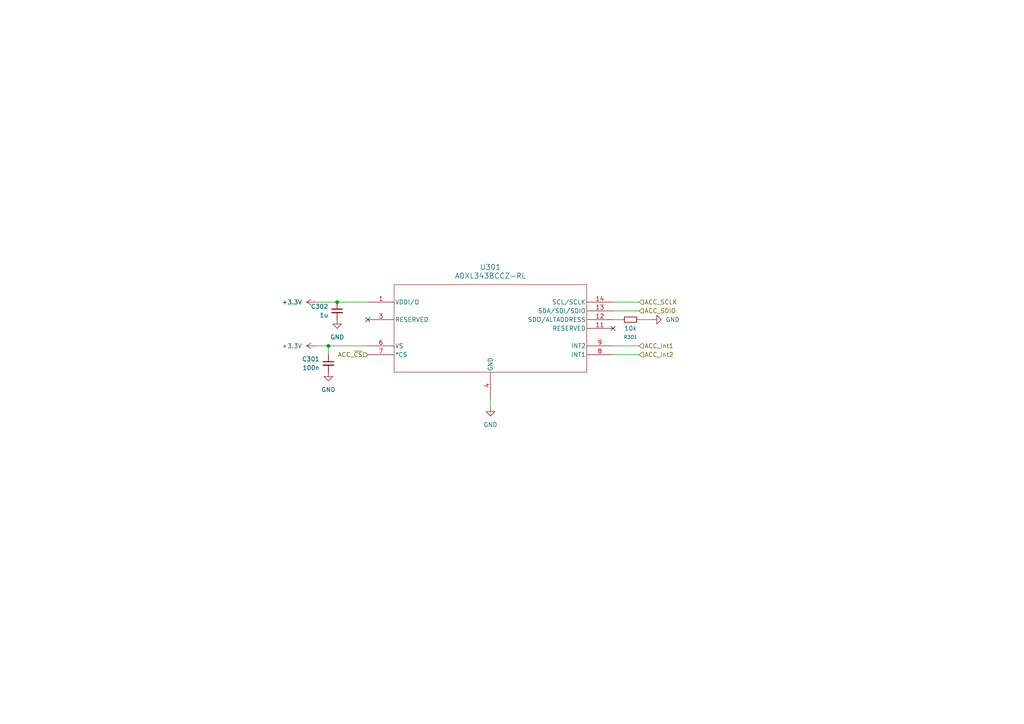
<source format=kicad_sch>
(kicad_sch (version 20250114) (generator "eeschema") (generator_version "9.0")
  (paper "A4")
  (lib_symbols
    (symbol "CustomSymbols:ADXL343BCCZ-RL" (pin_names (offset 0.254))
      (property "Reference" "U3" (at 0 17.78 0))
      (property "Value" "ADXL343BCCZ-RL" (at 0 15.24 0))
      (symbol "ADXL343BCCZ-RL_0_1"
        (polyline (pts (xy -27.94 12.7) (xy -27.94 -12.7)) (stroke (width 0.127)))
        (polyline (pts (xy -27.94 -12.7) (xy 27.94 -12.7)) (stroke (width 0.127)))
        (polyline (pts (xy 27.94 12.7) (xy -27.94 12.7)) (stroke (width 0.127)))
        (polyline (pts (xy 27.94 -12.7) (xy 27.94 12.7)) (stroke (width 0.127)))
        (pin power_in line (at -35.56 7.62 0) (length 7.62) (name "VDDI/O") (number "1"))
        (pin unspecified line (at -35.56 2.54 0) (length 7.62) (name "RESERVED") (number "3"))
        (pin unspecified line (at -35.56 -5.08 0) (length 7.62) (name "VS") (number "6"))
        (pin unspecified line (at -35.56 -7.62 0) (length 7.62) (name "*CS") (number "7"))
        (pin unspecified line (at 35.56 7.62 180) (length 7.62) (name "SCL/SCLK") (number "14"))
        (pin unspecified line (at 35.56 5.08 180) (length 7.62) (name "SDA/SDI/SDIO") (number "13"))
        (pin unspecified line (at 35.56 2.54 180) (length 7.62) (name "SDO/ALTADDRESS") (number "12"))
        (pin unspecified line (at 35.56 0 180) (length 7.62) (name "RESERVED") (number "11"))
        (pin bidirectional line (at 35.56 -5.08 180) (length 7.62) (name "INT2") (number "9"))
        (pin bidirectional line (at 35.56 -7.62 180) (length 7.62) (name "INT1") (number "8"))
      )
      (symbol "ADXL343BCCZ-RL_1_1"
        (pin unspecified line (at 0 -20.32 90) (length 7.62) (hide yes) (name "GND") (number "2"))
        (pin unspecified line (at 0 -20.32 90) (length 7.62) (name "GND") (number "4"))
        (pin unspecified line (at 0 -20.32 90) (length 7.62) (hide yes) (name "GND") (number "5"))
        (pin no_connect line (at 35.56 -2.54 180) (length 7.62) (hide yes) (name "NC") (number "10"))
      )
    )
    (symbol "Device:C_Small" (pin_numbers (hide yes)) (pin_names (offset 0.254) (hide yes))
      (property "Reference" "C" (at 0.254 1.778 0))
      (property "Value" "C_Small" (at 0.254 -2.032 0))
      (symbol "C_Small_0_1"
        (polyline (pts (xy -1.524 0.508) (xy 1.524 0.508)) (stroke (width 0.3048)))
        (polyline (pts (xy -1.524 -0.508) (xy 1.524 -0.508)) (stroke (width 0.3302)))
      )
      (symbol "C_Small_1_1"
        (pin passive line (at 0 2.54 270) (length 2.032) (name "~") (number "1"))
        (pin passive line (at 0 -2.54 90) (length 2.032) (name "~") (number "2"))
      )
    )
    (symbol "Device:R_Small" (pin_numbers (hide yes)) (pin_names (offset 0.254) (hide yes))
      (property "Reference" "R" (at 0 0 90))
      (property "Value" "R_Small" (at 1.778 0 90))
      (symbol "R_Small_0_1"
        (rectangle (start -0.762 1.778) (end 0.762 -1.778) (stroke (width 0.2032)))
      )
      (symbol "R_Small_1_1"
        (pin passive line (at 0 2.54 270) (length 0.762) (name "~") (number "1"))
        (pin passive line (at 0 -2.54 90) (length 0.762) (name "~") (number "2"))
      )
    )
    (symbol "power:+3.3V" (power) (pin_numbers (hide yes)) (pin_names (offset 0) (hide yes))
      (property "Value" "+3.3V" (at 0 3.556 0))
      (symbol "+3.3V_0_1"
        (polyline (pts (xy -0.762 1.27) (xy 0 2.54)))
        (polyline (pts (xy 0 2.54) (xy 0.762 1.27)))
        (polyline (pts (xy 0 0) (xy 0 2.54)))
      )
      (symbol "+3.3V_1_1"
        (pin power_in line (at 0 0 90) (length 0) (name "~") (number "1"))
      )
    )
    (symbol "power:GND" (power) (pin_numbers (hide yes)) (pin_names (offset 0) (hide yes))
      (property "Value" "GND" (at 0 -3.81 0))
      (symbol "GND_0_1"
        (polyline (pts (xy 0 0) (xy 0 -1.27) (xy 1.27 -1.27) (xy 0 -2.54) (xy -1.27 -1.27) (xy 0 -1.27)))
      )
      (symbol "GND_1_1"
        (pin power_in line (at 0 0 270) (length 0) (name "~") (number "1"))
      )
    )
  )
  (junction (at 95.25 100.33))
  (junction (at 97.79 87.63))
  (no_connect (at 177.8 95.25))
  (no_connect (at 106.68 92.71))
  (wire (pts (xy 95.25 102.87) (xy 95.25 100.33)))
  (wire (pts (xy 185.42 92.71) (xy 189.23 92.71)))
  (wire (pts (xy 95.25 100.33) (xy 106.68 100.33)))
  (wire (pts (xy 91.44 100.33) (xy 95.25 100.33)))
  (wire (pts (xy 97.79 87.63) (xy 106.68 87.63)))
  (wire (pts (xy 185.42 102.87) (xy 177.8 102.87)))
  (wire (pts (xy 185.42 90.17) (xy 177.8 90.17)))
  (wire (pts (xy 185.42 87.63) (xy 177.8 87.63)))
  (wire (pts (xy 177.8 92.71) (xy 180.34 92.71)))
  (wire (pts (xy 185.42 100.33) (xy 177.8 100.33)))
  (wire (pts (xy 91.44 87.63) (xy 97.79 87.63)))
  (wire (pts (xy 142.24 115.57) (xy 142.24 118.11)))
  (hierarchical_label "ACC_~{CS}" (shape input) (at 106.68 102.87 180))
  (hierarchical_label "ACC_Int2" (shape input) (at 185.42 102.87 0))
  (hierarchical_label "ACC_Int1" (shape input) (at 185.42 100.33 0))
  (hierarchical_label "ACC_SCLK" (shape input) (at 185.42 87.63 0))
  (hierarchical_label "ACC_SDIO" (shape input) (at 185.42 90.17 0))
  (symbol (lib_id "power:GND") (at 142.24 118.11 0) (unit 1)
    (property "Reference" "#PWR0305" (effects (hide yes)))
    (property "Value" "GND" (at 142.24 123.19 0))
    (property "Description" "Power symbol creates a global label with name \"GND\" , ground" (effects (hide yes)))
  )
  (symbol (lib_id "power:GND") (at 97.79 92.71 0) (unit 1)
    (property "Reference" "#PWR0304" (effects (hide yes)))
    (property "Value" "GND" (at 97.79 97.79 0))
    (property "Description" "Power symbol creates a global label with name \"GND\" , ground" (effects (hide yes)))
  )
  (symbol (lib_id "power:GND") (at 95.25 107.95 0) (unit 1)
    (property "Reference" "#PWR0303" (effects (hide yes)))
    (property "Value" "GND" (at 95.25 113.03 0))
    (property "Description" "Power symbol creates a global label with name \"GND\" , ground" (effects (hide yes)))
  )
  (symbol (lib_id "power:+3.3V") (at 91.44 100.33 90) (unit 1)
    (property "Reference" "#PWR0302" (effects (hide yes)))
    (property "Value" "+3.3V" (at 87.63 100.3299 90) (effects (justify left)))
    (property "Description" "Power symbol creates a global label with name \"+3.3V\"" (effects (hide yes)))
  )
  (symbol (lib_id "Device:C_Small") (at 95.25 105.41 0) (mirror y) (unit 1)
    (property "Reference" "C301" (at 92.71 104.1462 0) (effects (justify left)))
    (property "Value" "100n" (at 92.71 106.6862 0) (effects (justify left)))
    (property "Footprint" "Capacitor_SMD:C_0402_1005Metric" (effects (hide yes)))
    (property "Description" "Unpolarized capacitor, small symbol" (effects (hide yes)))
  )
  (symbol (lib_id "CustomSymbols:ADXL343BCCZ-RL") (at 142.24 95.25 0) (unit 1)
    (property "Reference" "U301" (at 142.24 77.47 0) (effects (font (size 1.524 1.524))))
    (property "Value" "ADXL343BCCZ-RL" (at 142.24 80.01 0) (effects (font (size 1.524 1.524))))
    (property "Footprint" "Custom:LGA_CC-14-1_ADI" (effects (hide yes)))
    (property "Datasheet" "https://www.analog.com/media/en/technical-documentation/data-sheets/ADXL343.pdf" (effects (hide yes)))
  )
  (symbol (lib_id "Device:C_Small") (at 97.79 90.17 0) (mirror y) (unit 1)
    (property "Reference" "C302" (at 95.25 88.9062 0) (effects (justify left)))
    (property "Value" "1u" (at 95.25 91.4462 0) (effects (justify left)))
    (property "Footprint" "Capacitor_SMD:C_0603_1608Metric" (effects (hide yes)))
    (property "Description" "Unpolarized capacitor, small symbol" (effects (hide yes)))
  )
  (symbol (lib_id "power:GND") (at 189.23 92.71 90) (unit 1)
    (property "Reference" "#PWR0306" (effects (hide yes)))
    (property "Value" "GND" (at 193.04 92.7099 90) (effects (justify right)))
    (property "Description" "Power symbol creates a global label with name \"GND\" , ground" (effects (hide yes)))
  )
  (symbol (lib_id "Device:R_Small") (at 182.88 92.71 90) (mirror x) (unit 1)
    (property "Reference" "R301" (at 182.88 97.79 90) (effects (font (size 1.016 1.016))))
    (property "Value" "10k" (at 182.88 95.25 90))
    (property "Footprint" "Resistor_SMD:R_0402_1005Metric" (effects (hide yes)))
    (property "Description" "Resistor, small symbol" (effects (hide yes)))
  )
  (symbol (lib_id "power:+3.3V") (at 91.44 87.63 90) (unit 1)
    (property "Reference" "#PWR0301" (effects (hide yes)))
    (property "Value" "+3.3V" (at 87.63 87.6299 90) (effects (justify left)))
    (property "Description" "Power symbol creates a global label with name \"+3.3V\"" (effects (hide yes)))
  )
)
</source>
